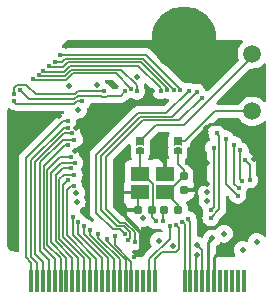
<source format=gbl>
%TF.GenerationSoftware,KiCad,Pcbnew,8.0.8*%
%TF.CreationDate,2025-02-15T11:44:30-05:00*%
%TF.ProjectId,caravel-M.2-card-QFN,63617261-7665-46c2-9d4d-2e322d636172,1*%
%TF.SameCoordinates,Original*%
%TF.FileFunction,Copper,L4,Bot*%
%TF.FilePolarity,Positive*%
%FSLAX46Y46*%
G04 Gerber Fmt 4.6, Leading zero omitted, Abs format (unit mm)*
G04 Created by KiCad (PCBNEW 8.0.8) date 2025-02-15 11:44:30*
%MOMM*%
%LPD*%
G01*
G04 APERTURE LIST*
G04 Aperture macros list*
%AMRoundRect*
0 Rectangle with rounded corners*
0 $1 Rounding radius*
0 $2 $3 $4 $5 $6 $7 $8 $9 X,Y pos of 4 corners*
0 Add a 4 corners polygon primitive as box body*
4,1,4,$2,$3,$4,$5,$6,$7,$8,$9,$2,$3,0*
0 Add four circle primitives for the rounded corners*
1,1,$1+$1,$2,$3*
1,1,$1+$1,$4,$5*
1,1,$1+$1,$6,$7*
1,1,$1+$1,$8,$9*
0 Add four rect primitives between the rounded corners*
20,1,$1+$1,$2,$3,$4,$5,0*
20,1,$1+$1,$4,$5,$6,$7,0*
20,1,$1+$1,$6,$7,$8,$9,0*
20,1,$1+$1,$8,$9,$2,$3,0*%
%AMFreePoly0*
4,1,6,0.300000,0.000000,0.400000,-0.300000,-0.300000,-0.300000,-0.300000,0.300000,0.400000,0.300000,0.300000,0.000000,0.300000,0.000000,$1*%
%AMFreePoly1*
4,1,6,0.250000,-0.300000,-0.250000,-0.300000,-0.350000,0.000000,-0.250000,0.300000,0.250000,0.300000,0.250000,-0.300000,0.250000,-0.300000,$1*%
G04 Aperture macros list end*
%TA.AperFunction,SMDPad,CuDef*%
%ADD10R,0.350000X1.950000*%
%TD*%
%TA.AperFunction,ComponentPad*%
%ADD11C,5.500000*%
%TD*%
%TA.AperFunction,ComponentPad*%
%ADD12C,1.500000*%
%TD*%
%TA.AperFunction,SMDPad,CuDef*%
%ADD13FreePoly0,270.000000*%
%TD*%
%TA.AperFunction,SMDPad,CuDef*%
%ADD14FreePoly1,270.000000*%
%TD*%
%TA.AperFunction,SMDPad,CuDef*%
%ADD15RoundRect,0.155000X-0.155000X0.212500X-0.155000X-0.212500X0.155000X-0.212500X0.155000X0.212500X0*%
%TD*%
%TA.AperFunction,SMDPad,CuDef*%
%ADD16R,1.600000X1.250000*%
%TD*%
%TA.AperFunction,SMDPad,CuDef*%
%ADD17RoundRect,0.160000X0.197500X0.160000X-0.197500X0.160000X-0.197500X-0.160000X0.197500X-0.160000X0*%
%TD*%
%TA.AperFunction,SMDPad,CuDef*%
%ADD18RoundRect,0.155000X-0.212500X-0.155000X0.212500X-0.155000X0.212500X0.155000X-0.212500X0.155000X0*%
%TD*%
%TA.AperFunction,ViaPad*%
%ADD19C,0.500000*%
%TD*%
%TA.AperFunction,ViaPad*%
%ADD20C,0.406400*%
%TD*%
%TA.AperFunction,Conductor*%
%ADD21C,0.254000*%
%TD*%
%TA.AperFunction,Conductor*%
%ADD22C,0.304800*%
%TD*%
%TA.AperFunction,Conductor*%
%ADD23C,0.152400*%
%TD*%
G04 APERTURE END LIST*
D10*
X82499220Y-40976000D03*
X81998840Y-40976000D03*
X81498460Y-40976000D03*
X80998080Y-40976000D03*
X80497700Y-40976000D03*
X79999860Y-40976000D03*
X79499480Y-40976000D03*
X78999100Y-40976000D03*
X78498720Y-40976000D03*
X77998340Y-40976000D03*
X77497960Y-40976000D03*
X74998600Y-40976000D03*
X74498220Y-40976000D03*
X73997840Y-40976000D03*
X73500000Y-40976000D03*
X73002160Y-40976000D03*
X72501780Y-40976000D03*
X72001400Y-40976000D03*
X71501020Y-40976000D03*
X71000640Y-40976000D03*
X70500260Y-40976000D03*
X70002420Y-40976000D03*
X69502040Y-40976000D03*
X69001660Y-40976000D03*
X68501280Y-40976000D03*
X68000900Y-40976000D03*
X67500520Y-40976000D03*
X67000140Y-40976000D03*
X66502300Y-40976000D03*
X66001920Y-40976000D03*
X65501540Y-40976000D03*
X65001160Y-40976000D03*
X64500780Y-40976000D03*
D11*
X77450000Y-20500000D03*
D12*
X83238729Y-21703049D03*
X83238729Y-26583049D03*
D13*
X76938729Y-29103049D03*
D14*
X76938729Y-29953049D03*
D13*
X73738729Y-29103049D03*
D14*
X73738729Y-29953049D03*
D15*
X77438729Y-32085549D03*
X77438729Y-33220549D03*
D16*
X73738729Y-31853049D03*
X75838729Y-31853049D03*
X75838729Y-33453049D03*
X73738729Y-33453049D03*
D17*
X76936229Y-34953049D03*
X75741229Y-34953049D03*
D18*
X73571229Y-34953049D03*
X74706229Y-34953049D03*
D19*
X67438729Y-21041849D03*
D20*
X73228729Y-38874349D03*
D19*
X78518729Y-38771049D03*
X74723861Y-24851338D03*
X79338729Y-27953049D03*
X83881129Y-29068249D03*
D20*
X75038729Y-30403049D03*
X82306329Y-35469049D03*
D19*
X62938729Y-38003049D03*
X79358729Y-32743049D03*
D20*
X81899929Y-36027849D03*
D19*
X83938729Y-24453049D03*
X83338729Y-30653049D03*
X81338729Y-27653049D03*
X67675929Y-24445449D03*
X71538729Y-24353049D03*
X68328729Y-27953049D03*
X68208729Y-29953049D03*
X79438729Y-30963049D03*
X66858729Y-26963049D03*
X68858729Y-34923049D03*
D20*
X77738729Y-30953049D03*
D19*
X83598729Y-37646308D03*
X68308729Y-33473049D03*
X68508729Y-26453049D03*
X75338729Y-37553049D03*
X73978729Y-35653049D03*
X80838729Y-36953049D03*
X76515129Y-38009049D03*
X73467129Y-23683449D03*
X70063529Y-24343849D03*
X82407929Y-38313849D03*
X79438729Y-34153049D03*
X68368729Y-34293049D03*
X78572529Y-37932849D03*
X79833729Y-37348049D03*
X79408729Y-33453049D03*
D20*
X77801662Y-35726541D03*
X83008729Y-32403049D03*
X82648729Y-30733049D03*
X77286680Y-35943459D03*
X82398729Y-32473049D03*
X82218729Y-29893049D03*
X76780539Y-36180275D03*
X81718729Y-29403049D03*
X82098729Y-33073049D03*
X76227055Y-36257188D03*
X80978729Y-28903049D03*
X81988729Y-33713049D03*
X80213729Y-28428049D03*
X79718729Y-35603049D03*
X79958729Y-29683049D03*
X79728729Y-34933049D03*
X75638729Y-35853049D03*
X75038729Y-35853049D03*
X71608729Y-37113049D03*
X70908729Y-37373049D03*
X70148729Y-36963049D03*
X69508729Y-36613049D03*
X68978729Y-36333049D03*
X78938729Y-25453049D03*
X73268729Y-37643049D03*
X68468729Y-35933049D03*
X72682260Y-37480993D03*
X78538729Y-24953049D03*
X68068729Y-35503049D03*
X72438729Y-36978049D03*
X77838729Y-24853049D03*
X68138729Y-32884349D03*
X66913929Y-21854649D03*
X77135617Y-24764884D03*
X67641496Y-32400282D03*
X66507529Y-22413449D03*
X76577729Y-24743369D03*
X68158729Y-31953049D03*
X65999529Y-22769049D03*
X76021615Y-24792756D03*
X67882941Y-31418837D03*
X75468710Y-24873726D03*
X65537132Y-23129337D03*
X68198729Y-30953049D03*
X65144197Y-23526657D03*
X73478729Y-24903049D03*
X67906557Y-30477300D03*
X72978729Y-24653049D03*
X64678729Y-23835849D03*
X67588729Y-29453049D03*
X63561129Y-24801049D03*
X72478729Y-24903049D03*
X68178729Y-28973049D03*
X67983491Y-28449999D03*
X67658729Y-27963049D03*
X63053129Y-25156649D03*
X70673129Y-24903049D03*
X67635332Y-27359652D03*
X63042629Y-25733049D03*
X68847067Y-25721376D03*
D21*
X78038729Y-29563049D02*
X79438729Y-30963049D01*
D22*
X73571229Y-34953049D02*
X72438729Y-34953049D01*
D23*
X73571229Y-34953049D02*
X73571229Y-33620549D01*
D22*
X78748729Y-32743049D02*
X79358729Y-32743049D01*
X72338729Y-35053049D02*
X72338729Y-35353049D01*
D21*
X79338729Y-27953049D02*
X78038729Y-29253049D01*
D22*
X77438729Y-33220549D02*
X78271229Y-33220549D01*
X73838729Y-38264349D02*
X73228729Y-38874349D01*
D21*
X81899929Y-36993049D02*
X80009860Y-38883118D01*
D22*
X73838729Y-36853049D02*
X73838729Y-38264349D01*
D23*
X78518729Y-38771049D02*
X78498720Y-38791058D01*
D22*
X78271229Y-33220549D02*
X78748729Y-32743049D01*
D23*
X78498720Y-38791058D02*
X78498720Y-40976000D01*
D22*
X75313729Y-30403049D02*
X75038729Y-30403049D01*
D21*
X81899929Y-36027849D02*
X81899929Y-36993049D01*
X78038729Y-29253049D02*
X78038729Y-29563049D01*
D22*
X72338729Y-35353049D02*
X73838729Y-36853049D01*
D21*
X79638729Y-27653049D02*
X81338729Y-27653049D01*
D22*
X75838729Y-30928049D02*
X75313729Y-30403049D01*
D21*
X80009860Y-38883118D02*
X80009860Y-40206000D01*
X79338729Y-27953049D02*
X79638729Y-27653049D01*
D23*
X77438729Y-33220549D02*
X77438729Y-33053049D01*
D22*
X75838729Y-31853049D02*
X75838729Y-30928049D01*
X72438729Y-34953049D02*
X72338729Y-35053049D01*
X73571229Y-33620549D02*
X73738729Y-33453049D01*
D23*
X78999100Y-38359420D02*
X78999100Y-40976000D01*
X78572529Y-37932849D02*
X78999100Y-38359420D01*
D21*
X79499480Y-37682298D02*
X79499480Y-40976000D01*
X79833729Y-37348049D02*
X79499480Y-37682298D01*
D23*
X77998340Y-35923219D02*
X77998340Y-40976000D01*
X77801662Y-35726541D02*
X77998340Y-35923219D01*
X83008729Y-32403049D02*
X83008729Y-31093049D01*
X83008729Y-31093049D02*
X82648729Y-30733049D01*
X77497960Y-36154739D02*
X77497960Y-40976000D01*
X77286680Y-35943459D02*
X77497960Y-36154739D01*
X82198729Y-32273049D02*
X82198729Y-29913049D01*
X82198729Y-29913049D02*
X82218729Y-29893049D01*
X82398729Y-32473049D02*
X82198729Y-32273049D01*
X75600729Y-38517049D02*
X74998600Y-39119178D01*
X77023129Y-38265049D02*
X76771129Y-38517049D01*
X76771129Y-38517049D02*
X75600729Y-38517049D01*
X76780539Y-36180275D02*
X77023129Y-36422865D01*
X74998600Y-39119178D02*
X74998600Y-40976000D01*
X77023129Y-36422865D02*
X77023129Y-38265049D01*
X81718729Y-32693049D02*
X82098729Y-33073049D01*
X81718729Y-29403049D02*
X81718729Y-32693049D01*
X76227055Y-37364723D02*
X74498220Y-39093558D01*
X74498220Y-39093558D02*
X74498220Y-40976000D01*
X76227055Y-36257188D02*
X76227055Y-37364723D01*
X80978729Y-28903049D02*
X80978729Y-32703049D01*
X80978729Y-32703049D02*
X81988729Y-33713049D01*
X80438729Y-34883049D02*
X79718729Y-35603049D01*
X80213729Y-28428049D02*
X80438729Y-28653049D01*
X80438729Y-28653049D02*
X80438729Y-34883049D01*
X79958729Y-29683049D02*
X79958729Y-34703049D01*
X79958729Y-34703049D02*
X79728729Y-34933049D01*
X75638729Y-35055549D02*
X75741229Y-34953049D01*
X75638729Y-35853049D02*
X75638729Y-35055549D01*
X74706229Y-34785549D02*
X74788729Y-34703049D01*
X73944329Y-31853049D02*
X73738729Y-31853049D01*
X74788729Y-32697449D02*
X73944329Y-31853049D01*
X73738729Y-31853049D02*
X73738729Y-29953049D01*
X74706229Y-35520549D02*
X74706229Y-34953049D01*
X74788729Y-34703049D02*
X74788729Y-32697449D01*
X75038729Y-35853049D02*
X74706229Y-35520549D01*
X73506229Y-32085549D02*
X73738729Y-31853049D01*
X74706229Y-34953049D02*
X74706229Y-34785549D01*
X71608729Y-37913839D02*
X73002160Y-39307270D01*
X71608729Y-37113049D02*
X71608729Y-37913839D01*
X73002160Y-39307270D02*
X73002160Y-40976000D01*
X70908729Y-37373049D02*
X70908729Y-37573049D01*
X72501780Y-39166100D02*
X72501780Y-40976000D01*
X70908729Y-37573049D02*
X72501780Y-39166100D01*
X72001400Y-39124668D02*
X72001400Y-40976000D01*
X70148729Y-37271997D02*
X72001400Y-39124668D01*
X70148729Y-36963049D02*
X70148729Y-37271997D01*
X71501020Y-39055340D02*
X71501020Y-40976000D01*
X69508729Y-37063049D02*
X71501020Y-39055340D01*
X69508729Y-36613049D02*
X69508729Y-37063049D01*
X71000640Y-39014960D02*
X71000640Y-40976000D01*
X68978729Y-36993049D02*
X71000640Y-39014960D01*
X68978729Y-36333049D02*
X68978729Y-36993049D01*
X72030729Y-36045049D02*
X72475597Y-36045049D01*
X73938729Y-27353049D02*
X70838729Y-30453049D01*
X70838729Y-30453049D02*
X70838729Y-34853049D01*
X78938729Y-25453049D02*
X77038729Y-27353049D01*
X73268729Y-36838181D02*
X73268729Y-37643049D01*
X70838729Y-34853049D02*
X72030729Y-36045049D01*
X72475597Y-36045049D02*
X73268729Y-36838181D01*
X77038729Y-27353049D02*
X73938729Y-27353049D01*
X68468729Y-36943049D02*
X70500260Y-38974580D01*
X70500260Y-38974580D02*
X70500260Y-40976000D01*
X68468729Y-35933049D02*
X68468729Y-36943049D01*
X70438729Y-30353049D02*
X70438729Y-34953049D01*
X73738729Y-27053049D02*
X70438729Y-30353049D01*
X76438729Y-27053049D02*
X73738729Y-27053049D01*
X72870529Y-36799191D02*
X72870529Y-37292724D01*
X78538729Y-24953049D02*
X76438729Y-27053049D01*
X71784729Y-36299049D02*
X72370387Y-36299049D01*
X70438729Y-34953049D02*
X71784729Y-36299049D01*
X72870529Y-37292724D02*
X72682260Y-37480993D01*
X72370387Y-36299049D02*
X72870529Y-36799191D01*
X68068729Y-35503049D02*
X68036929Y-35534849D01*
X68036929Y-37091249D02*
X70002420Y-39056740D01*
X70002420Y-39056740D02*
X70002420Y-40976000D01*
X68036929Y-35534849D02*
X68036929Y-37091249D01*
X71438729Y-36553049D02*
X72013729Y-36553049D01*
X77838729Y-24853049D02*
X75946729Y-26745049D01*
X70038729Y-30253049D02*
X70038729Y-35153049D01*
X70038729Y-35153049D02*
X71438729Y-36553049D01*
X73546729Y-26745049D02*
X70038729Y-30253049D01*
X75946729Y-26745049D02*
X73546729Y-26745049D01*
X72013729Y-36553049D02*
X72438729Y-36978049D01*
X69502040Y-39068600D02*
X69502040Y-40976000D01*
X67528729Y-37095289D02*
X69502040Y-39068600D01*
X67897429Y-32884349D02*
X67528729Y-33253049D01*
X67528729Y-33253049D02*
X67528729Y-37095289D01*
X68138729Y-32884349D02*
X67897429Y-32884349D01*
X66943929Y-21824649D02*
X74269667Y-21824649D01*
X77135617Y-24690599D02*
X77135617Y-24764884D01*
X66913929Y-21854649D02*
X66943929Y-21824649D01*
X74269667Y-21824649D02*
X77135617Y-24690599D01*
X67641496Y-32400282D02*
X67213929Y-32827849D01*
X69001660Y-39015980D02*
X69001660Y-40976000D01*
X67213929Y-37228249D02*
X69001660Y-39015980D01*
X67213929Y-32827849D02*
X67213929Y-37228249D01*
X76577729Y-24738212D02*
X76577729Y-24743369D01*
X66526329Y-22432249D02*
X67098329Y-22432249D01*
X66507529Y-22413449D02*
X66526329Y-22432249D01*
X73968966Y-22129449D02*
X76577729Y-24738212D01*
X67098329Y-22432249D02*
X67401129Y-22129449D01*
X67401129Y-22129449D02*
X73968966Y-22129449D01*
X68501280Y-38975600D02*
X68501280Y-40976000D01*
X66908729Y-37383049D02*
X68501280Y-38975600D01*
X68158729Y-31953049D02*
X67308729Y-31953049D01*
X66908729Y-32353049D02*
X66908729Y-37383049D01*
X67308729Y-31953049D02*
X66908729Y-32353049D01*
X65999529Y-22769049D02*
X66093529Y-22863049D01*
X76021615Y-24635935D02*
X76021615Y-24792756D01*
X66093529Y-22863049D02*
X67175529Y-22863049D01*
X67175529Y-22863049D02*
X67604329Y-22434249D01*
X73819929Y-22434249D02*
X76021615Y-24635935D01*
X67604329Y-22434249D02*
X73819929Y-22434249D01*
X66603929Y-37577197D02*
X68000900Y-38974168D01*
X67882941Y-31418837D02*
X67192941Y-31418837D01*
X66603929Y-32007849D02*
X66603929Y-37577197D01*
X67192941Y-31418837D02*
X66603929Y-32007849D01*
X68000900Y-38974168D02*
X68000900Y-40976000D01*
X65630844Y-23223049D02*
X67272729Y-23223049D01*
X67756729Y-22739049D02*
X73574729Y-22739049D01*
X73574729Y-22739049D02*
X75468710Y-24633030D01*
X75468710Y-24633030D02*
X75468710Y-24873726D01*
X65537132Y-23129337D02*
X65630844Y-23223049D01*
X67272729Y-23223049D02*
X67756729Y-22739049D01*
X66193529Y-31828249D02*
X66193529Y-37687849D01*
X66193529Y-37687849D02*
X67500520Y-38994840D01*
X67068729Y-30953049D02*
X66193529Y-31828249D01*
X68198729Y-30953049D02*
X67068729Y-30953049D01*
X67500520Y-38994840D02*
X67500520Y-40976000D01*
X72129529Y-23043849D02*
X73478729Y-24393049D01*
X73478729Y-24393049D02*
X73478729Y-24903049D01*
X67369929Y-23583049D02*
X67909129Y-23043849D01*
X67909129Y-23043849D02*
X72129529Y-23043849D01*
X65144197Y-23526657D02*
X65200589Y-23583049D01*
X65200589Y-23583049D02*
X67369929Y-23583049D01*
X66984478Y-30477300D02*
X65888729Y-31573049D01*
X65888729Y-31573049D02*
X65888729Y-37903049D01*
X67906557Y-30477300D02*
X66984478Y-30477300D01*
X65888729Y-37903049D02*
X67000140Y-39014460D01*
X67000140Y-39014460D02*
X67000140Y-40976000D01*
X64678729Y-23835849D02*
X64806329Y-23963449D01*
X68061529Y-23348649D02*
X71674329Y-23348649D01*
X64806329Y-23963449D02*
X67446729Y-23963449D01*
X71674329Y-23348649D02*
X72978729Y-24653049D01*
X67446729Y-23963449D02*
X68061529Y-23348649D01*
X66502300Y-39116620D02*
X66502300Y-40976000D01*
X67588729Y-29453049D02*
X67348729Y-29453049D01*
X67348729Y-29453049D02*
X65558729Y-31243049D01*
X65558729Y-31243049D02*
X65558729Y-38173049D01*
X65558729Y-38173049D02*
X66502300Y-39116620D01*
X72092202Y-25289576D02*
X70897260Y-25289576D01*
X64313129Y-25553049D02*
X63561129Y-24801049D01*
X72478729Y-24903049D02*
X72092202Y-25289576D01*
X68439241Y-25289576D02*
X68175768Y-25553049D01*
X68175768Y-25553049D02*
X64313129Y-25553049D01*
X70851987Y-25334849D02*
X70494271Y-25334849D01*
X72478729Y-24903049D02*
X72478729Y-24893049D01*
X70897260Y-25289576D02*
X70851987Y-25334849D01*
X70494271Y-25334849D02*
X70448998Y-25289576D01*
X70448998Y-25289576D02*
X68439241Y-25289576D01*
X65253929Y-30897849D02*
X65253929Y-38448249D01*
X66001920Y-39196240D02*
X66001920Y-40976000D01*
X67178729Y-28973049D02*
X65253929Y-30897849D01*
X68178729Y-28973049D02*
X67178729Y-28973049D01*
X65253929Y-38448249D02*
X66001920Y-39196240D01*
X67983491Y-28449999D02*
X67270727Y-28449999D01*
X64828729Y-30891997D02*
X64828729Y-38643049D01*
X64828729Y-38643049D02*
X65501540Y-39315860D01*
X67270727Y-28449999D02*
X64828729Y-30891997D01*
X65501540Y-39315860D02*
X65501540Y-40976000D01*
X67658729Y-27963049D02*
X67288729Y-27963049D01*
X67288729Y-27963049D02*
X64508729Y-30743049D01*
X64508729Y-38923049D02*
X65001160Y-39415480D01*
X65001160Y-39415480D02*
X65001160Y-40976000D01*
X64508729Y-30743049D02*
X64508729Y-38923049D01*
X64881939Y-25153049D02*
X64098139Y-24369249D01*
X64098139Y-24369249D02*
X63281729Y-24369249D01*
X68216558Y-25153049D02*
X64881939Y-25153049D01*
X63053129Y-24597849D02*
X63053129Y-25156649D01*
X63053129Y-25156649D02*
X63002329Y-25105849D01*
X63281729Y-24369249D02*
X63053129Y-24597849D01*
X68466558Y-24903049D02*
X68216558Y-25153049D01*
X70673129Y-24903049D02*
X68466558Y-24903049D01*
X67635332Y-27359652D02*
X67223821Y-27359652D01*
X64038729Y-30544744D02*
X64038729Y-38953049D01*
X64500780Y-39415100D02*
X64500780Y-40976000D01*
X64038729Y-38953049D02*
X64500780Y-39415100D01*
X67223821Y-27359652D02*
X64038729Y-30544744D01*
X63262629Y-25953049D02*
X68134978Y-25953049D01*
X68366651Y-25721376D02*
X68847067Y-25721376D01*
X68134978Y-25953049D02*
X68366651Y-25721376D01*
X63042629Y-25733049D02*
X63262629Y-25953049D01*
X76938729Y-31053049D02*
X76938729Y-29953049D01*
X75838729Y-33453049D02*
X76071229Y-33453049D01*
X77438729Y-31553049D02*
X76938729Y-31053049D01*
X76936229Y-34953049D02*
X76936229Y-34550549D01*
X76071229Y-33453049D02*
X77438729Y-32085549D01*
X77438729Y-32085549D02*
X77438729Y-31553049D01*
X76936229Y-34550549D02*
X75838729Y-33453049D01*
X83238729Y-21953049D02*
X83238729Y-21703049D01*
X75088729Y-27753049D02*
X77438729Y-27753049D01*
X77438729Y-27753049D02*
X83238729Y-21953049D01*
X73738729Y-29103049D02*
X75088729Y-27753049D01*
X80064978Y-26583049D02*
X83238729Y-26583049D01*
X76938729Y-29103049D02*
X77544978Y-29103049D01*
X77544978Y-29103049D02*
X80064978Y-26583049D01*
%TA.AperFunction,Conductor*%
G36*
X74486935Y-36305687D02*
G01*
X74501999Y-36318728D01*
X74502520Y-36318141D01*
X74508133Y-36323113D01*
X74508134Y-36323115D01*
X74636046Y-36436436D01*
X74787361Y-36515852D01*
X74953284Y-36556749D01*
X74953285Y-36556749D01*
X75124173Y-36556749D01*
X75124174Y-36556749D01*
X75290097Y-36515852D01*
X75290102Y-36515849D01*
X75294752Y-36514086D01*
X75364415Y-36508716D01*
X75382706Y-36514086D01*
X75387353Y-36515847D01*
X75387361Y-36515852D01*
X75538333Y-36553064D01*
X75598713Y-36588219D01*
X75610707Y-36603020D01*
X75624704Y-36623298D01*
X75646587Y-36689652D01*
X75629122Y-36757304D01*
X75577854Y-36804774D01*
X75509061Y-36816991D01*
X75508771Y-36816958D01*
X75338733Y-36797800D01*
X75338726Y-36797800D01*
X75170672Y-36816734D01*
X75011034Y-36872594D01*
X75011031Y-36872596D01*
X74867844Y-36962567D01*
X74867838Y-36962572D01*
X74748252Y-37082158D01*
X74748247Y-37082164D01*
X74658276Y-37225351D01*
X74658274Y-37225354D01*
X74602414Y-37384992D01*
X74583480Y-37553046D01*
X74583480Y-37553051D01*
X74602414Y-37721105D01*
X74658274Y-37880741D01*
X74697188Y-37942672D01*
X74716188Y-38009908D01*
X74695820Y-38076744D01*
X74679875Y-38096325D01*
X74144118Y-38632083D01*
X74036747Y-38739453D01*
X74036743Y-38739459D01*
X73978090Y-38841049D01*
X73927523Y-38889265D01*
X73870703Y-38903049D01*
X73464878Y-38903049D01*
X73397839Y-38883364D01*
X73377197Y-38866730D01*
X73065086Y-38554619D01*
X73031601Y-38493296D01*
X73036585Y-38423604D01*
X73078457Y-38367671D01*
X73143921Y-38343254D01*
X73175819Y-38345976D01*
X73175836Y-38345845D01*
X73179534Y-38346294D01*
X73182446Y-38346542D01*
X73183284Y-38346749D01*
X73183287Y-38346749D01*
X73354173Y-38346749D01*
X73354174Y-38346749D01*
X73520097Y-38305852D01*
X73671412Y-38226436D01*
X73799324Y-38113115D01*
X73896400Y-37972476D01*
X73956999Y-37812692D01*
X73977597Y-37643049D01*
X73956999Y-37473406D01*
X73896400Y-37313622D01*
X73896398Y-37313620D01*
X73896398Y-37313618D01*
X73896396Y-37313615D01*
X73867379Y-37271576D01*
X73845496Y-37205222D01*
X73845429Y-37201137D01*
X73845429Y-36762259D01*
X73845429Y-36762257D01*
X73806128Y-36615583D01*
X73792974Y-36592800D01*
X73788932Y-36585798D01*
X73772458Y-36517898D01*
X73795310Y-36451871D01*
X73850230Y-36408680D01*
X73910202Y-36400577D01*
X73978726Y-36408298D01*
X73978729Y-36408298D01*
X73978732Y-36408298D01*
X74146785Y-36389363D01*
X74146788Y-36389362D01*
X74306419Y-36333505D01*
X74352866Y-36304320D01*
X74420099Y-36285320D01*
X74486935Y-36305687D01*
G37*
%TD.AperFunction*%
%TA.AperFunction,Conductor*%
G36*
X82118448Y-27179434D02*
G01*
X82152981Y-27212622D01*
X82277131Y-27389926D01*
X82431852Y-27544647D01*
X82611090Y-27670151D01*
X82809399Y-27762624D01*
X82809405Y-27762625D01*
X82809406Y-27762626D01*
X82819184Y-27765246D01*
X83020752Y-27819256D01*
X83203655Y-27835257D01*
X83238727Y-27838326D01*
X83238729Y-27838326D01*
X83238731Y-27838326D01*
X83266983Y-27835854D01*
X83456706Y-27819256D01*
X83668059Y-27762624D01*
X83866368Y-27670151D01*
X84045606Y-27544647D01*
X84187819Y-27402434D01*
X84249142Y-27368949D01*
X84318834Y-27373933D01*
X84374767Y-27415805D01*
X84399184Y-27481269D01*
X84399500Y-27490115D01*
X84399500Y-37086350D01*
X84379815Y-37153389D01*
X84327011Y-37199144D01*
X84257853Y-37209088D01*
X84194297Y-37180063D01*
X84187819Y-37174031D01*
X84069619Y-37055831D01*
X84069613Y-37055826D01*
X83926426Y-36965855D01*
X83926423Y-36965853D01*
X83766785Y-36909993D01*
X83598732Y-36891059D01*
X83598726Y-36891059D01*
X83430672Y-36909993D01*
X83271034Y-36965853D01*
X83271031Y-36965855D01*
X83127844Y-37055826D01*
X83127838Y-37055831D01*
X83008252Y-37175417D01*
X83008247Y-37175423D01*
X82918276Y-37318610D01*
X82918274Y-37318613D01*
X82862415Y-37478251D01*
X82858197Y-37515682D01*
X82831129Y-37580095D01*
X82773533Y-37619649D01*
X82703696Y-37621786D01*
X82694022Y-37618837D01*
X82575989Y-37577535D01*
X82407932Y-37558600D01*
X82407926Y-37558600D01*
X82239872Y-37577534D01*
X82080234Y-37633394D01*
X82080231Y-37633396D01*
X81937044Y-37723367D01*
X81937038Y-37723372D01*
X81817452Y-37842958D01*
X81817447Y-37842964D01*
X81727476Y-37986151D01*
X81727474Y-37986154D01*
X81671614Y-38145792D01*
X81652680Y-38313846D01*
X81652680Y-38313851D01*
X81671614Y-38481905D01*
X81727474Y-38641542D01*
X81772423Y-38713076D01*
X81791424Y-38780313D01*
X81771057Y-38847148D01*
X81717789Y-38892362D01*
X81667430Y-38903049D01*
X80250980Y-38903049D01*
X80183941Y-38883364D01*
X80138186Y-38830560D01*
X80126980Y-38779049D01*
X80126980Y-38118676D01*
X80146665Y-38051637D01*
X80185005Y-38013684D01*
X80304619Y-37938526D01*
X80424206Y-37818939D01*
X80482763Y-37725745D01*
X80535095Y-37679457D01*
X80604149Y-37668808D01*
X80628704Y-37674677D01*
X80670670Y-37689362D01*
X80670671Y-37689362D01*
X80670674Y-37689363D01*
X80838726Y-37708298D01*
X80838729Y-37708298D01*
X80838732Y-37708298D01*
X81006785Y-37689363D01*
X81035095Y-37679457D01*
X81166419Y-37633505D01*
X81166421Y-37633503D01*
X81166423Y-37633503D01*
X81166426Y-37633501D01*
X81309613Y-37543530D01*
X81309614Y-37543529D01*
X81309619Y-37543526D01*
X81429206Y-37423939D01*
X81453678Y-37384992D01*
X81519181Y-37280746D01*
X81519183Y-37280743D01*
X81519183Y-37280741D01*
X81519185Y-37280739D01*
X81575042Y-37121108D01*
X81575042Y-37121107D01*
X81575043Y-37121105D01*
X81593978Y-36953051D01*
X81593978Y-36953046D01*
X81575043Y-36784992D01*
X81533964Y-36667596D01*
X81519185Y-36625359D01*
X81519184Y-36625358D01*
X81519183Y-36625354D01*
X81519181Y-36625351D01*
X81429210Y-36482164D01*
X81429205Y-36482158D01*
X81309619Y-36362572D01*
X81309613Y-36362567D01*
X81166426Y-36272596D01*
X81166423Y-36272594D01*
X81006785Y-36216734D01*
X80838732Y-36197800D01*
X80838726Y-36197800D01*
X80670672Y-36216734D01*
X80511034Y-36272594D01*
X80511031Y-36272596D01*
X80367844Y-36362567D01*
X80367838Y-36362572D01*
X80248250Y-36482160D01*
X80189695Y-36575350D01*
X80137360Y-36621641D01*
X80068307Y-36632288D01*
X80043753Y-36626420D01*
X80001788Y-36611736D01*
X80001787Y-36611735D01*
X80001782Y-36611734D01*
X79833732Y-36592800D01*
X79833726Y-36592800D01*
X79665672Y-36611734D01*
X79506034Y-36667594D01*
X79506031Y-36667596D01*
X79362844Y-36757567D01*
X79362838Y-36757572D01*
X79243252Y-36877158D01*
X79243247Y-36877164D01*
X79153276Y-37020351D01*
X79153273Y-37020357D01*
X79130182Y-37086350D01*
X79099017Y-37175417D01*
X79097640Y-37179351D01*
X79068275Y-37226082D01*
X79057187Y-37237169D01*
X78995863Y-37270651D01*
X78926171Y-37265664D01*
X78903539Y-37254479D01*
X78900218Y-37252392D01*
X78740582Y-37196534D01*
X78685155Y-37190289D01*
X78620742Y-37163222D01*
X78581187Y-37105626D01*
X78575040Y-37067069D01*
X78575040Y-35847297D01*
X78575040Y-35847295D01*
X78535739Y-35700621D01*
X78535738Y-35700620D01*
X78535738Y-35700618D01*
X78518201Y-35670245D01*
X78512488Y-35660349D01*
X78496779Y-35613297D01*
X78489932Y-35556898D01*
X78429333Y-35397114D01*
X78414517Y-35375650D01*
X78361497Y-35298836D01*
X78332257Y-35256475D01*
X78204345Y-35143154D01*
X78053030Y-35063738D01*
X78053029Y-35063737D01*
X78053028Y-35063737D01*
X77888552Y-35023197D01*
X77828172Y-34988040D01*
X77796384Y-34925821D01*
X77794228Y-34902806D01*
X77794228Y-34739669D01*
X77794228Y-34739660D01*
X77788182Y-34673122D01*
X77788181Y-34673119D01*
X77788181Y-34673116D01*
X77753808Y-34562810D01*
X77740463Y-34519982D01*
X77740461Y-34519978D01*
X77657487Y-34382721D01*
X77653939Y-34378193D01*
X77628084Y-34313283D01*
X77641427Y-34244699D01*
X77689730Y-34194216D01*
X77738946Y-34178353D01*
X77747443Y-34177485D01*
X77914975Y-34121970D01*
X77914980Y-34121968D01*
X78065196Y-34029313D01*
X78189993Y-33904516D01*
X78282648Y-33754300D01*
X78282650Y-33754295D01*
X78338164Y-33586764D01*
X78348728Y-33483367D01*
X78348729Y-33483354D01*
X78348729Y-33370549D01*
X77562729Y-33370549D01*
X77495690Y-33350864D01*
X77449935Y-33298060D01*
X77438729Y-33246549D01*
X77438729Y-33194549D01*
X77458414Y-33127510D01*
X77511218Y-33081755D01*
X77562729Y-33070549D01*
X78348728Y-33070549D01*
X78348728Y-32957745D01*
X78348727Y-32957730D01*
X78338164Y-32854333D01*
X78282650Y-32686802D01*
X78282645Y-32686791D01*
X78230469Y-32602201D01*
X78212028Y-32534809D01*
X78216929Y-32502519D01*
X78246305Y-32401407D01*
X78249229Y-32364252D01*
X78249228Y-31806847D01*
X78246305Y-31769691D01*
X78200099Y-31610649D01*
X78115792Y-31468095D01*
X78115790Y-31468093D01*
X78115787Y-31468089D01*
X77998686Y-31350988D01*
X77998531Y-31350868D01*
X77998291Y-31350593D01*
X77993168Y-31345470D01*
X77993517Y-31345120D01*
X77967142Y-31314887D01*
X77900204Y-31198947D01*
X77792831Y-31091574D01*
X77551748Y-30850491D01*
X77518263Y-30789168D01*
X77515429Y-30762810D01*
X77515429Y-30687706D01*
X77535114Y-30620667D01*
X77563912Y-30591869D01*
X77563060Y-30590886D01*
X77569755Y-30585083D01*
X77569761Y-30585080D01*
X77663983Y-30476343D01*
X77723753Y-30345465D01*
X77744229Y-30203049D01*
X77744229Y-29725518D01*
X77763914Y-29658479D01*
X77806227Y-29618132D01*
X77899080Y-29564524D01*
X79315691Y-28147912D01*
X79377012Y-28114429D01*
X79446704Y-28119413D01*
X79502637Y-28161285D01*
X79527054Y-28226749D01*
X79525009Y-28250795D01*
X79526363Y-28250960D01*
X79504861Y-28428049D01*
X79525458Y-28597691D01*
X79586058Y-28757477D01*
X79671949Y-28881910D01*
X79693832Y-28948264D01*
X79676367Y-29015916D01*
X79627525Y-29062146D01*
X79556048Y-29099660D01*
X79428134Y-29212982D01*
X79428132Y-29212985D01*
X79331058Y-29353620D01*
X79270458Y-29513406D01*
X79249861Y-29683049D01*
X79270458Y-29852691D01*
X79331058Y-30012477D01*
X79360079Y-30054520D01*
X79381962Y-30120874D01*
X79382029Y-30124960D01*
X79382029Y-32589995D01*
X79362344Y-32657034D01*
X79309540Y-32702789D01*
X79271913Y-32713215D01*
X79240675Y-32716734D01*
X79081036Y-32772593D01*
X79081031Y-32772596D01*
X78937844Y-32862567D01*
X78937838Y-32862572D01*
X78818252Y-32982158D01*
X78818247Y-32982164D01*
X78728276Y-33125351D01*
X78728274Y-33125354D01*
X78672414Y-33284992D01*
X78653480Y-33453046D01*
X78653480Y-33453051D01*
X78672414Y-33621105D01*
X78728274Y-33780743D01*
X78731295Y-33787015D01*
X78729001Y-33788119D01*
X78744798Y-33844065D01*
X78737847Y-33883728D01*
X78702415Y-33984990D01*
X78683480Y-34153046D01*
X78683480Y-34153051D01*
X78702414Y-34321105D01*
X78758274Y-34480743D01*
X78758276Y-34480746D01*
X78848247Y-34623933D01*
X78848252Y-34623939D01*
X78967839Y-34743526D01*
X78970946Y-34745478D01*
X78972524Y-34747262D01*
X78973285Y-34747869D01*
X78973178Y-34748002D01*
X79017238Y-34797812D01*
X79028072Y-34865418D01*
X79019861Y-34933048D01*
X79040458Y-35102691D01*
X79081495Y-35210893D01*
X79086862Y-35280557D01*
X79081495Y-35298836D01*
X79030459Y-35433405D01*
X79009861Y-35603049D01*
X79030458Y-35772691D01*
X79091058Y-35932477D01*
X79179107Y-36060037D01*
X79188134Y-36073115D01*
X79316046Y-36186436D01*
X79467361Y-36265852D01*
X79633284Y-36306749D01*
X79633285Y-36306749D01*
X79804173Y-36306749D01*
X79804174Y-36306749D01*
X79970097Y-36265852D01*
X80121412Y-36186436D01*
X80249324Y-36073115D01*
X80346400Y-35932476D01*
X80406999Y-35772692D01*
X80407692Y-35766984D01*
X80435312Y-35702806D01*
X80443107Y-35694247D01*
X80652364Y-35484990D01*
X80900204Y-35237151D01*
X80976128Y-35105647D01*
X81015429Y-34958973D01*
X81015429Y-34807125D01*
X81015429Y-33854688D01*
X81035114Y-33787649D01*
X81087918Y-33741894D01*
X81157076Y-33731950D01*
X81220632Y-33760975D01*
X81227110Y-33767007D01*
X81264350Y-33804247D01*
X81297835Y-33865570D01*
X81299764Y-33876977D01*
X81300457Y-33882683D01*
X81300459Y-33882692D01*
X81361058Y-34042477D01*
X81418013Y-34124990D01*
X81458134Y-34183115D01*
X81586046Y-34296436D01*
X81737361Y-34375852D01*
X81903284Y-34416749D01*
X81903285Y-34416749D01*
X82074173Y-34416749D01*
X82074174Y-34416749D01*
X82240097Y-34375852D01*
X82391412Y-34296436D01*
X82519324Y-34183115D01*
X82616400Y-34042476D01*
X82676999Y-33882692D01*
X82697597Y-33713049D01*
X82676999Y-33543406D01*
X82676095Y-33535959D01*
X82678235Y-33535699D01*
X82680816Y-33476707D01*
X82696102Y-33446368D01*
X82726400Y-33402476D01*
X82786999Y-33242692D01*
X82790298Y-33215515D01*
X82817917Y-33151338D01*
X82875850Y-33112279D01*
X82915783Y-33108538D01*
X82915783Y-33106749D01*
X83094173Y-33106749D01*
X83094174Y-33106749D01*
X83260097Y-33065852D01*
X83411412Y-32986436D01*
X83539324Y-32873115D01*
X83636400Y-32732476D01*
X83696999Y-32572692D01*
X83717597Y-32403049D01*
X83696999Y-32233406D01*
X83636400Y-32073622D01*
X83636398Y-32073620D01*
X83636398Y-32073618D01*
X83636396Y-32073615D01*
X83607379Y-32031576D01*
X83585496Y-31965222D01*
X83585429Y-31961137D01*
X83585429Y-31017127D01*
X83585429Y-31017125D01*
X83546128Y-30870451D01*
X83513635Y-30814172D01*
X83470206Y-30738950D01*
X83470201Y-30738944D01*
X83373106Y-30641849D01*
X83339621Y-30580526D01*
X83337693Y-30569123D01*
X83336999Y-30563406D01*
X83276400Y-30403622D01*
X83179324Y-30262983D01*
X83051412Y-30149662D01*
X82981509Y-30112974D01*
X82931297Y-30064390D01*
X82915322Y-29996371D01*
X82916036Y-29988261D01*
X82927597Y-29893049D01*
X82906999Y-29723406D01*
X82846400Y-29563622D01*
X82811738Y-29513406D01*
X82749325Y-29422985D01*
X82749323Y-29422982D01*
X82707361Y-29385807D01*
X82621412Y-29309662D01*
X82607087Y-29302144D01*
X82470096Y-29230245D01*
X82462356Y-29228338D01*
X82401976Y-29193180D01*
X82376092Y-29151913D01*
X82346400Y-29073621D01*
X82283821Y-28982961D01*
X82249324Y-28932983D01*
X82121412Y-28819662D01*
X81970097Y-28740246D01*
X81970096Y-28740245D01*
X81970095Y-28740245D01*
X81858447Y-28712726D01*
X81804174Y-28699349D01*
X81804173Y-28699349D01*
X81739674Y-28699349D01*
X81672635Y-28679664D01*
X81626880Y-28626860D01*
X81623733Y-28619322D01*
X81606400Y-28573623D01*
X81606400Y-28573622D01*
X81509324Y-28432983D01*
X81381412Y-28319662D01*
X81230097Y-28240246D01*
X81230096Y-28240245D01*
X81230095Y-28240245D01*
X81118447Y-28212726D01*
X81064174Y-28199349D01*
X80965192Y-28199349D01*
X80898153Y-28179664D01*
X80852398Y-28126860D01*
X80849250Y-28119321D01*
X80841399Y-28098620D01*
X80759475Y-27979933D01*
X80744324Y-27957983D01*
X80616412Y-27844662D01*
X80465097Y-27765246D01*
X80465096Y-27765245D01*
X80465095Y-27765245D01*
X80353447Y-27737726D01*
X80299174Y-27724349D01*
X80128284Y-27724349D01*
X80128283Y-27724349D01*
X80043886Y-27745151D01*
X79974084Y-27742082D01*
X79917022Y-27701762D01*
X79890816Y-27636993D01*
X79903788Y-27568338D01*
X79926527Y-27537076D01*
X80267536Y-27196068D01*
X80328859Y-27162583D01*
X80355217Y-27159749D01*
X82051409Y-27159749D01*
X82118448Y-27179434D01*
G37*
%TD.AperFunction*%
%TA.AperFunction,Conductor*%
G36*
X62682124Y-26338572D02*
G01*
X62791261Y-26395852D01*
X62922369Y-26428167D01*
X62954686Y-26441174D01*
X63040031Y-26490448D01*
X63186705Y-26529749D01*
X63338553Y-26529749D01*
X67199258Y-26529749D01*
X67266297Y-26549434D01*
X67312052Y-26602238D01*
X67321996Y-26671396D01*
X67292971Y-26734952D01*
X67256886Y-26763544D01*
X67246973Y-26768747D01*
X67189345Y-26782952D01*
X67147897Y-26782952D01*
X67001223Y-26822253D01*
X67001222Y-26822253D01*
X67001220Y-26822254D01*
X67001219Y-26822254D01*
X66869722Y-26898174D01*
X66869716Y-26898179D01*
X63577256Y-30190639D01*
X63577251Y-30190645D01*
X63501331Y-30322142D01*
X63501331Y-30322143D01*
X63501330Y-30322145D01*
X63501330Y-30322146D01*
X63479992Y-30401782D01*
X63462029Y-30468820D01*
X63462029Y-38398438D01*
X63442344Y-38465477D01*
X63389540Y-38511232D01*
X63320382Y-38521176D01*
X63284228Y-38510159D01*
X63283123Y-38509626D01*
X63283122Y-38509626D01*
X63166278Y-38453358D01*
X63166276Y-38453357D01*
X63166275Y-38453357D01*
X63039847Y-38424500D01*
X63039843Y-38424500D01*
X62983126Y-38424500D01*
X62966941Y-38423439D01*
X62955208Y-38421894D01*
X62868375Y-38410462D01*
X62837109Y-38402084D01*
X62752834Y-38367177D01*
X62724800Y-38350992D01*
X62700926Y-38332673D01*
X62652428Y-38295458D01*
X62629541Y-38272571D01*
X62601774Y-38236386D01*
X62574005Y-38200197D01*
X62557823Y-38172168D01*
X62541454Y-38132649D01*
X62522915Y-38087890D01*
X62514537Y-38056623D01*
X62501561Y-37958059D01*
X62500500Y-37941874D01*
X62500500Y-26448370D01*
X62520185Y-26381331D01*
X62572989Y-26335576D01*
X62642147Y-26325632D01*
X62682124Y-26338572D01*
G37*
%TD.AperFunction*%
%TA.AperFunction,Conductor*%
G36*
X74260632Y-24240975D02*
G01*
X74267110Y-24247007D01*
X74731656Y-24711553D01*
X74765141Y-24772876D01*
X74767071Y-24814178D01*
X74759842Y-24873723D01*
X74759842Y-24873726D01*
X74780439Y-25043368D01*
X74841039Y-25203154D01*
X74926036Y-25326292D01*
X74938115Y-25343792D01*
X75066027Y-25457113D01*
X75217342Y-25536529D01*
X75383265Y-25577426D01*
X75383266Y-25577426D01*
X75554154Y-25577426D01*
X75554155Y-25577426D01*
X75720078Y-25536529D01*
X75799445Y-25494873D01*
X75867950Y-25481148D01*
X75886746Y-25484274D01*
X75895514Y-25486435D01*
X75936167Y-25496455D01*
X75936168Y-25496456D01*
X76080382Y-25496456D01*
X76147421Y-25516141D01*
X76193176Y-25568945D01*
X76203120Y-25638103D01*
X76174095Y-25701659D01*
X76168063Y-25708137D01*
X75744171Y-26132030D01*
X75682848Y-26165515D01*
X75656490Y-26168349D01*
X73622653Y-26168349D01*
X73470805Y-26168349D01*
X73324131Y-26207650D01*
X73324130Y-26207650D01*
X73324128Y-26207651D01*
X73324127Y-26207651D01*
X73192630Y-26283571D01*
X73192624Y-26283576D01*
X69577256Y-29898944D01*
X69577251Y-29898950D01*
X69501331Y-30030447D01*
X69501331Y-30030448D01*
X69501330Y-30030450D01*
X69501330Y-30030451D01*
X69462029Y-30177125D01*
X69462029Y-35077125D01*
X69462029Y-35228973D01*
X69501203Y-35375174D01*
X69501331Y-35375649D01*
X69501331Y-35375650D01*
X69577251Y-35507147D01*
X69577256Y-35507153D01*
X69790949Y-35720846D01*
X69824434Y-35782169D01*
X69819450Y-35851861D01*
X69777578Y-35907794D01*
X69712114Y-35932211D01*
X69673593Y-35928924D01*
X69594169Y-35909347D01*
X69591801Y-35909060D01*
X69590191Y-35908367D01*
X69586892Y-35907554D01*
X69587027Y-35907005D01*
X69527625Y-35881435D01*
X69513937Y-35868191D01*
X69509322Y-35862981D01*
X69462057Y-35821108D01*
X69381412Y-35749662D01*
X69230097Y-35670246D01*
X69230096Y-35670245D01*
X69230095Y-35670245D01*
X69170065Y-35655449D01*
X69109685Y-35620292D01*
X69097691Y-35605492D01*
X68999325Y-35462985D01*
X68999323Y-35462982D01*
X68965939Y-35433406D01*
X68871412Y-35349662D01*
X68871410Y-35349661D01*
X68871409Y-35349660D01*
X68777903Y-35300584D01*
X68727691Y-35252000D01*
X68719587Y-35234760D01*
X68696399Y-35173620D01*
X68673608Y-35140602D01*
X68651725Y-35074248D01*
X68669190Y-35006596D01*
X68709684Y-34965169D01*
X68839619Y-34883526D01*
X68959206Y-34763939D01*
X68970806Y-34745478D01*
X69049181Y-34620746D01*
X69049183Y-34620743D01*
X69049183Y-34620741D01*
X69049185Y-34620739D01*
X69105042Y-34461108D01*
X69105042Y-34461107D01*
X69105043Y-34461105D01*
X69123978Y-34293051D01*
X69123978Y-34293046D01*
X69105042Y-34124991D01*
X69103984Y-34121968D01*
X69049185Y-33965359D01*
X69005417Y-33895704D01*
X68986417Y-33828469D01*
X68993370Y-33788778D01*
X69005435Y-33754300D01*
X69045042Y-33641108D01*
X69063978Y-33473051D01*
X69063978Y-33473046D01*
X69045043Y-33304992D01*
X68989183Y-33145354D01*
X68989181Y-33145351D01*
X68899210Y-33002164D01*
X68899205Y-33002158D01*
X68883121Y-32986074D01*
X68849636Y-32924751D01*
X68848100Y-32891850D01*
X68847597Y-32891850D01*
X68847597Y-32884349D01*
X68826999Y-32714706D01*
X68810580Y-32671414D01*
X68766400Y-32554922D01*
X68730992Y-32503625D01*
X68709110Y-32437272D01*
X68726575Y-32369620D01*
X68730974Y-32362773D01*
X68786400Y-32282476D01*
X68846999Y-32122692D01*
X68867597Y-31953049D01*
X68846999Y-31783406D01*
X68786400Y-31623622D01*
X68786399Y-31623620D01*
X68737283Y-31552463D01*
X68715400Y-31486108D01*
X68732866Y-31418457D01*
X68737260Y-31411616D01*
X68826400Y-31282476D01*
X68886999Y-31122692D01*
X68907597Y-30953049D01*
X68886999Y-30783406D01*
X68826400Y-30623622D01*
X68824360Y-30620667D01*
X68729325Y-30482985D01*
X68729323Y-30482982D01*
X68637668Y-30401782D01*
X68600542Y-30342592D01*
X68596800Y-30323909D01*
X68596585Y-30322142D01*
X68594827Y-30307657D01*
X68534228Y-30147873D01*
X68518412Y-30124960D01*
X68469791Y-30054520D01*
X68437152Y-30007234D01*
X68309240Y-29893913D01*
X68309238Y-29893912D01*
X68309237Y-29893911D01*
X68302799Y-29890532D01*
X68252587Y-29841948D01*
X68236612Y-29773929D01*
X68259947Y-29708071D01*
X68315183Y-29665284D01*
X68330746Y-29660340D01*
X68430097Y-29635852D01*
X68581412Y-29556436D01*
X68709324Y-29443115D01*
X68806400Y-29302476D01*
X68866999Y-29142692D01*
X68887597Y-28973049D01*
X68866999Y-28803406D01*
X68806400Y-28643622D01*
X68727805Y-28529758D01*
X68713906Y-28509621D01*
X68692860Y-28454127D01*
X68676533Y-28319662D01*
X68671761Y-28280356D01*
X68611162Y-28120572D01*
X68610298Y-28119321D01*
X68514087Y-27979935D01*
X68514086Y-27979933D01*
X68514083Y-27979930D01*
X68514081Y-27979928D01*
X68387437Y-27867731D01*
X68350310Y-27808542D01*
X68348492Y-27799464D01*
X68346999Y-27793408D01*
X68346999Y-27793406D01*
X68301892Y-27674472D01*
X68296526Y-27604812D01*
X68301891Y-27586539D01*
X68323602Y-27529295D01*
X68344200Y-27359652D01*
X68342194Y-27343133D01*
X68353654Y-27274212D01*
X68400557Y-27222426D01*
X68468013Y-27204218D01*
X68479174Y-27204968D01*
X68508727Y-27208298D01*
X68508729Y-27208298D01*
X68508732Y-27208298D01*
X68676785Y-27189363D01*
X68696753Y-27182376D01*
X68836419Y-27133505D01*
X68836421Y-27133503D01*
X68836423Y-27133503D01*
X68836426Y-27133501D01*
X68979613Y-27043530D01*
X68979614Y-27043529D01*
X68979619Y-27043526D01*
X69099206Y-26923939D01*
X69115392Y-26898179D01*
X69189181Y-26780746D01*
X69189183Y-26780743D01*
X69189183Y-26780741D01*
X69189185Y-26780739D01*
X69245042Y-26621108D01*
X69245042Y-26621107D01*
X69245043Y-26621105D01*
X69263978Y-26453051D01*
X69263978Y-26453047D01*
X69255897Y-26381331D01*
X69254705Y-26370754D01*
X69266759Y-26301934D01*
X69295698Y-26264056D01*
X69377657Y-26191446D01*
X69377662Y-26191442D01*
X69474738Y-26050803D01*
X69514370Y-25946304D01*
X69556549Y-25890602D01*
X69622146Y-25866545D01*
X69630312Y-25866276D01*
X70233061Y-25866276D01*
X70265154Y-25870501D01*
X70271672Y-25872247D01*
X70271673Y-25872248D01*
X70418347Y-25911549D01*
X70418349Y-25911549D01*
X70927909Y-25911549D01*
X70927911Y-25911549D01*
X71074585Y-25872248D01*
X71074585Y-25872247D01*
X71081104Y-25870501D01*
X71113197Y-25866276D01*
X72168124Y-25866276D01*
X72168126Y-25866276D01*
X72314800Y-25826975D01*
X72446304Y-25751051D01*
X72574810Y-25622543D01*
X72632814Y-25589829D01*
X72730097Y-25565852D01*
X72881412Y-25486436D01*
X72896500Y-25473068D01*
X72959732Y-25443346D01*
X73028996Y-25452527D01*
X73060958Y-25473069D01*
X73076044Y-25486435D01*
X73076046Y-25486436D01*
X73227361Y-25565852D01*
X73393284Y-25606749D01*
X73393285Y-25606749D01*
X73564173Y-25606749D01*
X73564174Y-25606749D01*
X73730097Y-25565852D01*
X73881412Y-25486436D01*
X74009324Y-25373115D01*
X74106400Y-25232476D01*
X74166999Y-25072692D01*
X74187597Y-24903049D01*
X74166999Y-24733406D01*
X74106400Y-24573622D01*
X74106398Y-24573620D01*
X74106398Y-24573618D01*
X74106396Y-24573615D01*
X74077379Y-24531576D01*
X74055496Y-24465222D01*
X74055429Y-24461137D01*
X74055429Y-24334688D01*
X74075114Y-24267649D01*
X74127918Y-24221894D01*
X74197076Y-24211950D01*
X74260632Y-24240975D01*
G37*
%TD.AperFunction*%
%TA.AperFunction,Conductor*%
G36*
X72852563Y-29357306D02*
G01*
X72908496Y-29399178D01*
X72932913Y-29464642D01*
X72933229Y-29473488D01*
X72933229Y-29503050D01*
X72941301Y-29593028D01*
X72941432Y-29593657D01*
X72941472Y-29594936D01*
X72941945Y-29600207D01*
X72941638Y-29600234D01*
X72942780Y-29636611D01*
X72933229Y-29703045D01*
X72933229Y-30203051D01*
X72938373Y-30274989D01*
X72966448Y-30370598D01*
X72976144Y-30403622D01*
X72978911Y-30413043D01*
X72978913Y-30413047D01*
X73058258Y-30536510D01*
X73077943Y-30603549D01*
X73058258Y-30670588D01*
X73005454Y-30716343D01*
X72953945Y-30727549D01*
X72890859Y-30727549D01*
X72890852Y-30727550D01*
X72831245Y-30733957D01*
X72696400Y-30784251D01*
X72696393Y-30784255D01*
X72581184Y-30870501D01*
X72581181Y-30870504D01*
X72494935Y-30985713D01*
X72494931Y-30985720D01*
X72444637Y-31120566D01*
X72438230Y-31180165D01*
X72438229Y-31180184D01*
X72438229Y-32452613D01*
X72418544Y-32519652D01*
X72415405Y-32524115D01*
X72414629Y-32525459D01*
X72354174Y-32671414D01*
X72354173Y-32671418D01*
X72338729Y-32788718D01*
X72338729Y-33303049D01*
X73614729Y-33303049D01*
X73681768Y-33322734D01*
X73727523Y-33375538D01*
X73738729Y-33427049D01*
X73738729Y-33479049D01*
X73719044Y-33546088D01*
X73666240Y-33591843D01*
X73614729Y-33603049D01*
X72338730Y-33603049D01*
X72338730Y-34117373D01*
X72354171Y-34234677D01*
X72354173Y-34234682D01*
X72414628Y-34380634D01*
X72510805Y-34505975D01*
X72564972Y-34547538D01*
X72606175Y-34603966D01*
X72612844Y-34658517D01*
X72603729Y-34747730D01*
X72603729Y-34803049D01*
X73447229Y-34803049D01*
X73514268Y-34822734D01*
X73560023Y-34875538D01*
X73571229Y-34927049D01*
X73571229Y-34954208D01*
X73551544Y-35021247D01*
X73513204Y-35059200D01*
X73507841Y-35062569D01*
X73507840Y-35062570D01*
X73503681Y-35066730D01*
X73442358Y-35100215D01*
X73416000Y-35103049D01*
X72603730Y-35103049D01*
X72603730Y-35158367D01*
X72614293Y-35261765D01*
X72628734Y-35305346D01*
X72631135Y-35375174D01*
X72595403Y-35435216D01*
X72532883Y-35466408D01*
X72511028Y-35468349D01*
X72320968Y-35468349D01*
X72253929Y-35448664D01*
X72233287Y-35432030D01*
X71451748Y-34650491D01*
X71418263Y-34589168D01*
X71415429Y-34562810D01*
X71415429Y-30743288D01*
X71435114Y-30676249D01*
X71451748Y-30655607D01*
X72721548Y-29385807D01*
X72782871Y-29352322D01*
X72852563Y-29357306D01*
G37*
%TD.AperFunction*%
%TA.AperFunction,Conductor*%
G36*
X76182298Y-28349434D02*
G01*
X76228053Y-28402238D01*
X76237997Y-28471396D01*
X76215551Y-28520547D01*
X76218270Y-28522295D01*
X76213473Y-28529758D01*
X76153705Y-28660629D01*
X76153704Y-28660634D01*
X76133229Y-28803048D01*
X76133229Y-29503050D01*
X76141301Y-29593028D01*
X76141432Y-29593657D01*
X76141472Y-29594936D01*
X76141945Y-29600207D01*
X76141638Y-29600234D01*
X76142780Y-29636611D01*
X76133229Y-29703045D01*
X76133229Y-30203051D01*
X76138373Y-30274989D01*
X76152738Y-30323909D01*
X76178910Y-30413041D01*
X76178914Y-30413047D01*
X76194314Y-30437010D01*
X76213998Y-30504050D01*
X76194313Y-30571089D01*
X76141509Y-30616844D01*
X76089998Y-30628049D01*
X75988729Y-30628049D01*
X75988729Y-31729049D01*
X75969044Y-31796088D01*
X75916240Y-31841843D01*
X75864729Y-31853049D01*
X75812729Y-31853049D01*
X75745690Y-31833364D01*
X75699935Y-31780560D01*
X75688729Y-31729049D01*
X75688729Y-30628049D01*
X74999404Y-30628049D01*
X74882100Y-30643491D01*
X74882095Y-30643493D01*
X74736139Y-30703949D01*
X74736137Y-30703951D01*
X74730167Y-30708532D01*
X74664997Y-30733724D01*
X74641431Y-30733444D01*
X74586602Y-30727549D01*
X74586596Y-30727549D01*
X74517834Y-30727549D01*
X74450795Y-30707864D01*
X74405040Y-30655060D01*
X74395096Y-30585902D01*
X74424121Y-30522346D01*
X74429774Y-30515820D01*
X74463983Y-30476343D01*
X74523753Y-30345465D01*
X74544229Y-30203049D01*
X74544229Y-29703049D01*
X74541357Y-29649240D01*
X74535838Y-29627581D01*
X74533262Y-29579319D01*
X74535390Y-29564525D01*
X74544229Y-29503049D01*
X74544229Y-29164488D01*
X74563914Y-29097449D01*
X74580548Y-29076807D01*
X75291287Y-28366068D01*
X75352610Y-28332583D01*
X75378968Y-28329749D01*
X76115259Y-28329749D01*
X76182298Y-28349434D01*
G37*
%TD.AperFunction*%
%TA.AperFunction,Conductor*%
G36*
X84318834Y-22493933D02*
G01*
X84374767Y-22535805D01*
X84399184Y-22601269D01*
X84399500Y-22610115D01*
X84399500Y-25675982D01*
X84379815Y-25743021D01*
X84327011Y-25788776D01*
X84257853Y-25798720D01*
X84194297Y-25769695D01*
X84187819Y-25763664D01*
X84125814Y-25701659D01*
X84045606Y-25621451D01*
X83867095Y-25496456D01*
X83866367Y-25495946D01*
X83734768Y-25434581D01*
X83668059Y-25403474D01*
X83668055Y-25403473D01*
X83668051Y-25403471D01*
X83456706Y-25346842D01*
X83238731Y-25327772D01*
X83238727Y-25327772D01*
X83093411Y-25340485D01*
X83020752Y-25346842D01*
X83020749Y-25346842D01*
X82809406Y-25403471D01*
X82809397Y-25403475D01*
X82611090Y-25495947D01*
X82611086Y-25495949D01*
X82431850Y-25621451D01*
X82277131Y-25776170D01*
X82152984Y-25953472D01*
X82098407Y-25997097D01*
X82051409Y-26006349D01*
X80300368Y-26006349D01*
X80233329Y-25986664D01*
X80187574Y-25933860D01*
X80177630Y-25864702D01*
X80206655Y-25801146D01*
X80212687Y-25794668D01*
X80850706Y-25156649D01*
X83023405Y-22983948D01*
X83084726Y-22950465D01*
X83121887Y-22948103D01*
X83238729Y-22958326D01*
X83238731Y-22958326D01*
X83266983Y-22955854D01*
X83456706Y-22939256D01*
X83668059Y-22882624D01*
X83866368Y-22790151D01*
X84045606Y-22664647D01*
X84187819Y-22522434D01*
X84249142Y-22488949D01*
X84318834Y-22493933D01*
G37*
%TD.AperFunction*%
%TA.AperFunction,Conductor*%
G36*
X75597838Y-20570185D02*
G01*
X75643593Y-20622989D01*
X75653537Y-20656853D01*
X75686151Y-20883696D01*
X75686154Y-20883706D01*
X75758714Y-21130822D01*
X75865696Y-21365080D01*
X75865709Y-21365103D01*
X76004939Y-21581749D01*
X76004943Y-21581755D01*
X76173601Y-21776398D01*
X76368244Y-21945056D01*
X76368250Y-21945060D01*
X76584896Y-22084290D01*
X76584919Y-22084303D01*
X76819177Y-22191285D01*
X76819181Y-22191286D01*
X76819183Y-22191287D01*
X77066299Y-22263847D01*
X77066300Y-22263847D01*
X77066303Y-22263848D01*
X77135351Y-22273775D01*
X77321226Y-22300500D01*
X77321229Y-22300500D01*
X77578771Y-22300500D01*
X77578774Y-22300500D01*
X77788013Y-22270415D01*
X77833696Y-22263848D01*
X77833697Y-22263847D01*
X77833701Y-22263847D01*
X78080817Y-22191287D01*
X78080820Y-22191285D01*
X78080822Y-22191285D01*
X78315080Y-22084303D01*
X78315084Y-22084300D01*
X78315092Y-22084297D01*
X78531756Y-21945056D01*
X78726398Y-21776398D01*
X78895056Y-21581756D01*
X79034297Y-21365092D01*
X79034300Y-21365084D01*
X79034303Y-21365080D01*
X79141285Y-21130822D01*
X79141285Y-21130820D01*
X79141287Y-21130817D01*
X79213847Y-20883701D01*
X79232251Y-20755703D01*
X79246463Y-20656853D01*
X79275488Y-20593297D01*
X79334266Y-20555523D01*
X79369201Y-20550500D01*
X82323440Y-20550500D01*
X82390479Y-20570185D01*
X82436234Y-20622989D01*
X82446178Y-20692147D01*
X82417153Y-20755703D01*
X82411121Y-20762181D01*
X82277131Y-20896170D01*
X82151629Y-21075406D01*
X82151627Y-21075410D01*
X82059155Y-21273717D01*
X82059151Y-21273726D01*
X82002522Y-21485069D01*
X82002522Y-21485073D01*
X81983452Y-21703046D01*
X81983452Y-21703051D01*
X82002522Y-21921024D01*
X82002522Y-21921028D01*
X82059151Y-22132371D01*
X82059153Y-22132375D01*
X82059154Y-22132379D01*
X82069682Y-22154956D01*
X82081187Y-22179630D01*
X82091678Y-22248707D01*
X82063157Y-22312491D01*
X82056485Y-22319714D01*
X79511506Y-24864693D01*
X79450183Y-24898178D01*
X79380491Y-24893194D01*
X79347827Y-24873568D01*
X79347584Y-24873922D01*
X79341995Y-24870064D01*
X79341593Y-24869823D01*
X79341412Y-24869662D01*
X79338789Y-24868285D01*
X79281047Y-24837979D01*
X79230835Y-24789394D01*
X79222732Y-24772155D01*
X79166399Y-24623620D01*
X79069325Y-24482985D01*
X79069323Y-24482982D01*
X79022583Y-24441574D01*
X78941412Y-24369662D01*
X78790097Y-24290246D01*
X78790096Y-24290245D01*
X78790095Y-24290245D01*
X78678447Y-24262726D01*
X78624174Y-24249349D01*
X78453284Y-24249349D01*
X78453283Y-24249349D01*
X78328442Y-24280120D01*
X78258640Y-24277051D01*
X78241142Y-24269520D01*
X78090095Y-24190245D01*
X77978447Y-24162726D01*
X77924174Y-24149349D01*
X77753284Y-24149349D01*
X77753283Y-24149349D01*
X77610980Y-24184424D01*
X77541178Y-24181355D01*
X77523680Y-24173824D01*
X77386984Y-24102080D01*
X77379973Y-24099422D01*
X77380506Y-24098016D01*
X77330281Y-24069686D01*
X74623771Y-21363176D01*
X74623765Y-21363171D01*
X74492267Y-21287251D01*
X74492266Y-21287250D01*
X74492265Y-21287250D01*
X74345591Y-21247949D01*
X74345590Y-21247949D01*
X67302756Y-21247949D01*
X67245131Y-21233746D01*
X67232415Y-21227072D01*
X67165297Y-21191846D01*
X67165295Y-21191845D01*
X67158656Y-21188361D01*
X67159655Y-21186455D01*
X67112553Y-21150779D01*
X67088506Y-21085178D01*
X67103743Y-21016990D01*
X67126614Y-20987339D01*
X67548319Y-20584803D01*
X67610403Y-20552754D01*
X67633937Y-20550500D01*
X75530799Y-20550500D01*
X75597838Y-20570185D01*
G37*
%TD.AperFunction*%
%TA.AperFunction,Conductor*%
G36*
X71451129Y-23945034D02*
G01*
X71471771Y-23961668D01*
X71872999Y-24362896D01*
X71906484Y-24424219D01*
X71901500Y-24493911D01*
X71887368Y-24521016D01*
X71851059Y-24573618D01*
X71828596Y-24632848D01*
X71786417Y-24688551D01*
X71720819Y-24712607D01*
X71712654Y-24712876D01*
X71439204Y-24712876D01*
X71372165Y-24693191D01*
X71326410Y-24640387D01*
X71323262Y-24632848D01*
X71300799Y-24573620D01*
X71249829Y-24499777D01*
X71203724Y-24432983D01*
X71075812Y-24319662D01*
X70924497Y-24240246D01*
X70924494Y-24240245D01*
X70924492Y-24240244D01*
X70877948Y-24228771D01*
X70817568Y-24193614D01*
X70790583Y-24149329D01*
X70769929Y-24090303D01*
X70766368Y-24020525D01*
X70801097Y-23959897D01*
X70863090Y-23927670D01*
X70886971Y-23925349D01*
X71384090Y-23925349D01*
X71451129Y-23945034D01*
G37*
%TD.AperFunction*%
M02*

</source>
